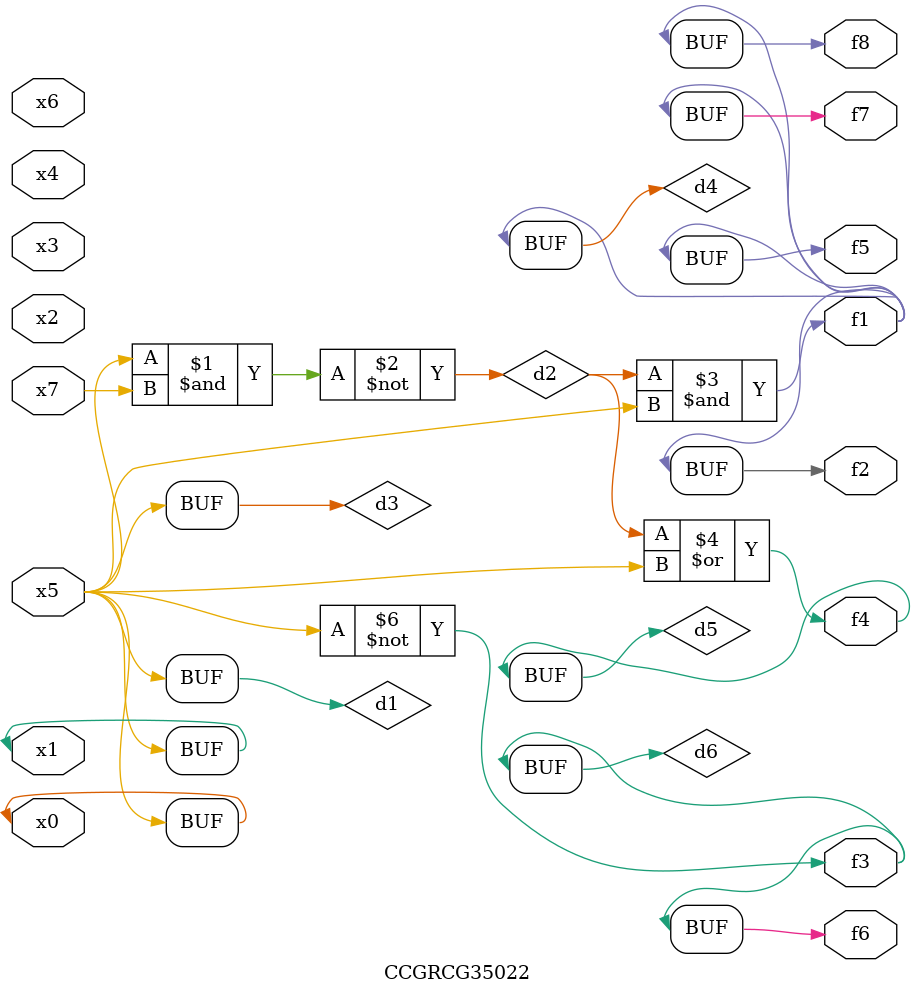
<source format=v>
module CCGRCG35022(
	input x0, x1, x2, x3, x4, x5, x6, x7,
	output f1, f2, f3, f4, f5, f6, f7, f8
);

	wire d1, d2, d3, d4, d5, d6;

	buf (d1, x0, x5);
	nand (d2, x5, x7);
	buf (d3, x0, x1);
	and (d4, d2, d3);
	or (d5, d2, d3);
	nor (d6, d1, d3);
	assign f1 = d4;
	assign f2 = d4;
	assign f3 = d6;
	assign f4 = d5;
	assign f5 = d4;
	assign f6 = d6;
	assign f7 = d4;
	assign f8 = d4;
endmodule

</source>
